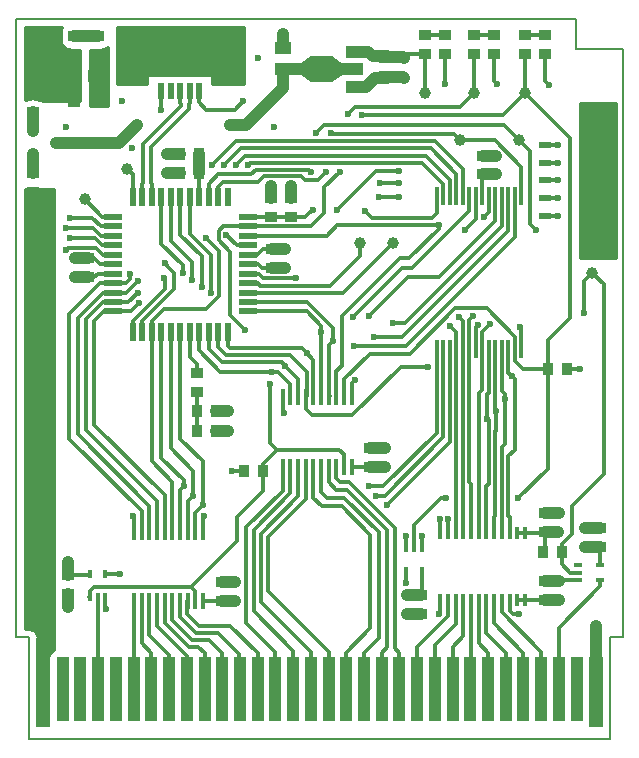
<source format=gbr>
G04 #@! TF.GenerationSoftware,KiCad,Pcbnew,5.1.6-c6e7f7d~86~ubuntu20.04.1*
G04 #@! TF.CreationDate,2020-05-17T16:09:38+03:00*
G04 #@! TF.ProjectId,GB-LIVE32,47422d4c-4956-4453-9332-2e6b69636164,v2.0*
G04 #@! TF.SameCoordinates,Original*
G04 #@! TF.FileFunction,Copper,L1,Top*
G04 #@! TF.FilePolarity,Positive*
%FSLAX46Y46*%
G04 Gerber Fmt 4.6, Leading zero omitted, Abs format (unit mm)*
G04 Created by KiCad (PCBNEW 5.1.6-c6e7f7d~86~ubuntu20.04.1) date 2020-05-17 16:09:38*
%MOMM*%
%LPD*%
G01*
G04 APERTURE LIST*
G04 #@! TA.AperFunction,Profile*
%ADD10C,0.150000*%
G04 #@! TD*
G04 #@! TA.AperFunction,SMDPad,CuDef*
%ADD11R,0.350000X1.500000*%
G04 #@! TD*
G04 #@! TA.AperFunction,SMDPad,CuDef*
%ADD12R,1.000000X0.600000*%
G04 #@! TD*
G04 #@! TA.AperFunction,SMDPad,CuDef*
%ADD13R,1.800000X1.250000*%
G04 #@! TD*
G04 #@! TA.AperFunction,SMDPad,CuDef*
%ADD14C,1.000000*%
G04 #@! TD*
G04 #@! TA.AperFunction,SMDPad,CuDef*
%ADD15R,1.400000X1.120000*%
G04 #@! TD*
G04 #@! TA.AperFunction,SMDPad,CuDef*
%ADD16R,0.820000X1.000000*%
G04 #@! TD*
G04 #@! TA.AperFunction,SMDPad,CuDef*
%ADD17R,1.000000X0.820000*%
G04 #@! TD*
G04 #@! TA.AperFunction,SMDPad,CuDef*
%ADD18R,1.120000X1.400000*%
G04 #@! TD*
G04 #@! TA.AperFunction,SMDPad,CuDef*
%ADD19R,0.900000X0.800000*%
G04 #@! TD*
G04 #@! TA.AperFunction,SMDPad,CuDef*
%ADD20R,0.500000X1.400000*%
G04 #@! TD*
G04 #@! TA.AperFunction,SMDPad,CuDef*
%ADD21R,2.500000X3.800000*%
G04 #@! TD*
G04 #@! TA.AperFunction,ConnectorPad*
%ADD22R,1.300000X6.000000*%
G04 #@! TD*
G04 #@! TA.AperFunction,ConnectorPad*
%ADD23R,1.000000X5.500000*%
G04 #@! TD*
G04 #@! TA.AperFunction,SMDPad,CuDef*
%ADD24C,0.100000*%
G04 #@! TD*
G04 #@! TA.AperFunction,SMDPad,CuDef*
%ADD25R,1.500000X1.000000*%
G04 #@! TD*
G04 #@! TA.AperFunction,SMDPad,CuDef*
%ADD26R,1.800000X1.000000*%
G04 #@! TD*
G04 #@! TA.AperFunction,SMDPad,CuDef*
%ADD27R,1.840000X2.200000*%
G04 #@! TD*
G04 #@! TA.AperFunction,SMDPad,CuDef*
%ADD28R,0.550000X1.500000*%
G04 #@! TD*
G04 #@! TA.AperFunction,SMDPad,CuDef*
%ADD29R,1.500000X0.550000*%
G04 #@! TD*
G04 #@! TA.AperFunction,SMDPad,CuDef*
%ADD30R,0.400000X0.650000*%
G04 #@! TD*
G04 #@! TA.AperFunction,SMDPad,CuDef*
%ADD31R,0.400000X1.100000*%
G04 #@! TD*
G04 #@! TA.AperFunction,SMDPad,CuDef*
%ADD32R,0.450000X1.450000*%
G04 #@! TD*
G04 #@! TA.AperFunction,SMDPad,CuDef*
%ADD33R,0.650000X0.400000*%
G04 #@! TD*
G04 #@! TA.AperFunction,ViaPad*
%ADD34C,0.600000*%
G04 #@! TD*
G04 #@! TA.AperFunction,Conductor*
%ADD35C,1.000000*%
G04 #@! TD*
G04 #@! TA.AperFunction,Conductor*
%ADD36C,0.320000*%
G04 #@! TD*
G04 #@! TA.AperFunction,Conductor*
%ADD37C,0.254000*%
G04 #@! TD*
G04 APERTURE END LIST*
D10*
X121700000Y-41600000D02*
X125700000Y-41600000D01*
X121700000Y-39000000D02*
X121700000Y-41600000D01*
X125700000Y-41600000D02*
X125700000Y-91400000D01*
X74300000Y-39000000D02*
X121700000Y-39000000D01*
X74300000Y-91400000D02*
X74300000Y-39000000D01*
X124600000Y-91400000D02*
X125700000Y-91400000D01*
X75400000Y-91400000D02*
X74300000Y-91400000D01*
X124600000Y-91400000D02*
X124600000Y-100000000D01*
X75400000Y-100000000D02*
X124600000Y-100000000D01*
X75400000Y-91400000D02*
X75400000Y-100000000D01*
D11*
X109925000Y-54050000D03*
X109925000Y-66950000D03*
X110475000Y-54050000D03*
X110475000Y-66950000D03*
X111025000Y-54050000D03*
X111025000Y-66950000D03*
X111575000Y-54050000D03*
X111575000Y-66950000D03*
X112125000Y-54050000D03*
X112125000Y-66950000D03*
X112675000Y-54050000D03*
X112675000Y-66950000D03*
X113225000Y-54050000D03*
X113225000Y-66950000D03*
X113775000Y-54050000D03*
X113775000Y-66950000D03*
X114325000Y-54050000D03*
X114325000Y-66950000D03*
X114875000Y-54050000D03*
X114875000Y-66950000D03*
X115425000Y-54050000D03*
X115425000Y-66950000D03*
X115975000Y-54050000D03*
X115975000Y-66950000D03*
X116525000Y-54050000D03*
X116525000Y-66950000D03*
X117075000Y-54050000D03*
X117075000Y-66950000D03*
D12*
X119105000Y-49700000D03*
X119105000Y-51200000D03*
X119105000Y-52700000D03*
X119105000Y-54200000D03*
X119105000Y-55700000D03*
D13*
X124295000Y-47095000D03*
X124295000Y-58305000D03*
D14*
X76000000Y-56200000D03*
X106200000Y-58000000D03*
X103400000Y-58000000D03*
X83700000Y-51700000D03*
X80100000Y-54300000D03*
X108900000Y-45300000D03*
X117400000Y-45300000D03*
X113100000Y-45300000D03*
X116900000Y-49300000D03*
X111900000Y-49300000D03*
X76000000Y-42000000D03*
X123100000Y-60500000D03*
D15*
X96900000Y-43280000D03*
X96900000Y-41520000D03*
D16*
X89800000Y-52100000D03*
X88200000Y-52100000D03*
D15*
X105700000Y-43980000D03*
X105700000Y-42220000D03*
D17*
X97600000Y-55800000D03*
X97600000Y-54200000D03*
D16*
X91200000Y-73900000D03*
X89600000Y-73900000D03*
D17*
X80400000Y-59300000D03*
X80400000Y-60900000D03*
X96000000Y-60100000D03*
X96000000Y-58500000D03*
X113800000Y-52200000D03*
X113800000Y-50600000D03*
X81200000Y-40500000D03*
X81200000Y-42100000D03*
D16*
X80800000Y-43900000D03*
X79200000Y-43900000D03*
D18*
X80980000Y-45800000D03*
X79220000Y-45800000D03*
D17*
X78700000Y-86100000D03*
X78700000Y-87700000D03*
X108600000Y-89400000D03*
X108600000Y-87800000D03*
X91700000Y-88300000D03*
X91700000Y-86700000D03*
X104300000Y-77000000D03*
X104300000Y-75400000D03*
X119100000Y-80900000D03*
X119100000Y-82500000D03*
X123700000Y-82100000D03*
X123700000Y-83700000D03*
X119100000Y-88200000D03*
X119100000Y-86600000D03*
D19*
X75700000Y-48550000D03*
X75700000Y-50450000D03*
X77700000Y-49500000D03*
D17*
X110600000Y-40400000D03*
X110600000Y-42000000D03*
X119100000Y-40400000D03*
X119100000Y-42000000D03*
X114800000Y-40400000D03*
X114800000Y-42000000D03*
X75700000Y-52100000D03*
X75700000Y-53700000D03*
X75700000Y-45300000D03*
X75700000Y-46900000D03*
D20*
X89800000Y-45100000D03*
X89000000Y-45100000D03*
X88200000Y-45100000D03*
X87400000Y-45100000D03*
X86600000Y-45100000D03*
D21*
X92400000Y-42700000D03*
X84000000Y-42700000D03*
D22*
X123400000Y-96000000D03*
D23*
X121750000Y-95750000D03*
X120250000Y-95750000D03*
X118750000Y-95750000D03*
X117250000Y-95750000D03*
X115750000Y-95750000D03*
X114250000Y-95750000D03*
X112750000Y-95750000D03*
X111250000Y-95750000D03*
X109750000Y-95750000D03*
X108250000Y-95750000D03*
X106750000Y-95750000D03*
X105250000Y-95750000D03*
X103750000Y-95750000D03*
X102250000Y-95750000D03*
X100750000Y-95750000D03*
X99250000Y-95750000D03*
X97750000Y-95750000D03*
X96250000Y-95750000D03*
X94750000Y-95750000D03*
X93250000Y-95750000D03*
X91750000Y-95750000D03*
X90250000Y-95750000D03*
X88750000Y-95750000D03*
X87250000Y-95750000D03*
X85750000Y-95750000D03*
X84250000Y-95750000D03*
X82750000Y-95750000D03*
X81250000Y-95750000D03*
X79750000Y-95750000D03*
D22*
X76600000Y-96000000D03*
D23*
X78250000Y-95750000D03*
D17*
X79200000Y-42100000D03*
X79200000Y-40500000D03*
X108900000Y-42000000D03*
X108900000Y-40400000D03*
D16*
X119300000Y-68700000D03*
X120900000Y-68700000D03*
X95200000Y-77300000D03*
X93600000Y-77300000D03*
D17*
X117400000Y-42000000D03*
X117400000Y-40400000D03*
X113100000Y-42000000D03*
X113100000Y-40400000D03*
X89600000Y-69000000D03*
X89600000Y-70600000D03*
X95900000Y-55800000D03*
X95900000Y-54200000D03*
D16*
X89600000Y-72200000D03*
X91200000Y-72200000D03*
X118900000Y-84200000D03*
X120500000Y-84200000D03*
G04 #@! TA.AperFunction,SMDPad,CuDef*
D24*
G36*
X99258000Y-44400000D02*
G01*
X98408000Y-43800000D01*
X98408000Y-42800000D01*
X99258000Y-42200000D01*
X99258000Y-44400000D01*
G37*
G04 #@! TD.AperFunction*
D25*
X102980000Y-44800000D03*
D26*
X102833500Y-43300000D03*
D25*
X102980000Y-41800000D03*
D27*
X100166500Y-43300000D03*
G04 #@! TA.AperFunction,SMDPad,CuDef*
D24*
G36*
X101076200Y-42200000D02*
G01*
X102076200Y-42900000D01*
X102076200Y-43700000D01*
X101076200Y-44400000D01*
X101076200Y-42200000D01*
G37*
G04 #@! TD.AperFunction*
D28*
X84200000Y-54100000D03*
X85000000Y-54100000D03*
X85800000Y-54100000D03*
X86600000Y-54100000D03*
X87400000Y-54100000D03*
X88200000Y-54100000D03*
X89000000Y-54100000D03*
X89800000Y-54100000D03*
X90600000Y-54100000D03*
X91400000Y-54100000D03*
X92200000Y-54100000D03*
D29*
X93900000Y-55800000D03*
X93900000Y-56600000D03*
X93900000Y-57400000D03*
X93900000Y-58200000D03*
X93900000Y-59000000D03*
X93900000Y-59800000D03*
X93900000Y-60600000D03*
X93900000Y-61400000D03*
X93900000Y-62200000D03*
X93900000Y-63000000D03*
X93900000Y-63800000D03*
D28*
X92200000Y-65500000D03*
X91400000Y-65500000D03*
X90600000Y-65500000D03*
X89800000Y-65500000D03*
X89000000Y-65500000D03*
X88200000Y-65500000D03*
X87400000Y-65500000D03*
X86600000Y-65500000D03*
X85800000Y-65500000D03*
X85000000Y-65500000D03*
X84200000Y-65500000D03*
D29*
X82500000Y-63800000D03*
X82500000Y-63000000D03*
X82500000Y-62200000D03*
X82500000Y-61400000D03*
X82500000Y-60600000D03*
X82500000Y-59800000D03*
X82500000Y-59000000D03*
X82500000Y-58200000D03*
X82500000Y-57400000D03*
X82500000Y-56600000D03*
X82500000Y-55800000D03*
D30*
X108650000Y-83850000D03*
X107350000Y-83850000D03*
X108000000Y-83850000D03*
X107350000Y-85750000D03*
X108650000Y-85750000D03*
D31*
X117375000Y-82550000D03*
X116725000Y-82550000D03*
X116075000Y-82550000D03*
X115425000Y-82550000D03*
X114775000Y-82550000D03*
X114125000Y-82550000D03*
X113475000Y-82550000D03*
X112825000Y-82550000D03*
X112175000Y-82550000D03*
X111525000Y-82550000D03*
X110875000Y-82550000D03*
X110225000Y-82550000D03*
X110225000Y-88250000D03*
X110875000Y-88250000D03*
X111525000Y-88250000D03*
X112175000Y-88250000D03*
X112825000Y-88250000D03*
X113475000Y-88250000D03*
X114125000Y-88250000D03*
X114775000Y-88250000D03*
X115425000Y-88250000D03*
X116075000Y-88250000D03*
X116725000Y-88250000D03*
X117375000Y-88250000D03*
D32*
X102725000Y-76950000D03*
X102075000Y-76950000D03*
X101425000Y-76950000D03*
X100775000Y-76950000D03*
X100125000Y-76950000D03*
X99475000Y-76950000D03*
X98825000Y-76950000D03*
X98175000Y-76950000D03*
X97525000Y-76950000D03*
X96875000Y-76950000D03*
X96875000Y-71050000D03*
X97525000Y-71050000D03*
X98175000Y-71050000D03*
X98825000Y-71050000D03*
X99475000Y-71050000D03*
X100125000Y-71050000D03*
X100775000Y-71050000D03*
X101425000Y-71050000D03*
X102075000Y-71050000D03*
X102725000Y-71050000D03*
X90125000Y-82450000D03*
X89475000Y-82450000D03*
X88825000Y-82450000D03*
X88175000Y-82450000D03*
X87525000Y-82450000D03*
X86875000Y-82450000D03*
X86225000Y-82450000D03*
X85575000Y-82450000D03*
X84925000Y-82450000D03*
X84275000Y-82450000D03*
X84275000Y-88350000D03*
X84925000Y-88350000D03*
X85575000Y-88350000D03*
X86225000Y-88350000D03*
X86875000Y-88350000D03*
X87525000Y-88350000D03*
X88175000Y-88350000D03*
X88825000Y-88350000D03*
X89475000Y-88350000D03*
X90125000Y-88350000D03*
D30*
X80550000Y-87950000D03*
X81850000Y-87950000D03*
X81200000Y-87950000D03*
X81850000Y-86050000D03*
X80550000Y-86050000D03*
D33*
X123750000Y-85250000D03*
X123750000Y-86550000D03*
X121850000Y-85900000D03*
X121850000Y-86550000D03*
X121850000Y-85250000D03*
D16*
X88200000Y-50500000D03*
X89800000Y-50500000D03*
D34*
X84500000Y-48000000D03*
X92400000Y-48000000D03*
X93100000Y-39900000D03*
X92800000Y-86700000D03*
X120300000Y-86600000D03*
X123400000Y-90400000D03*
X78700000Y-88800000D03*
X81900000Y-89000000D03*
X90200000Y-81100000D03*
X84200000Y-81100000D03*
X110100000Y-89400000D03*
X110200000Y-81400000D03*
X110900000Y-81400000D03*
X86600000Y-46700000D03*
X81800000Y-43100000D03*
X81800000Y-44600000D03*
X96900000Y-40300000D03*
X107100000Y-44000000D03*
X122500000Y-82100000D03*
X120300000Y-80900000D03*
X105500000Y-75400000D03*
X107400000Y-89400000D03*
X107300000Y-82800000D03*
X103000000Y-69600000D03*
X97000000Y-72400000D03*
X97100000Y-58500000D03*
X79300000Y-59300000D03*
X92200000Y-73900000D03*
X114900000Y-50600000D03*
X110600000Y-44500000D03*
X113383309Y-64983309D03*
X97600000Y-53200000D03*
X96100000Y-48200000D03*
X94800000Y-42300000D03*
X83300000Y-46000000D03*
X78500000Y-48200000D03*
X84100000Y-50000000D03*
X120200000Y-52700000D03*
X87100000Y-52100000D03*
X124300000Y-52700000D03*
X92800000Y-88300000D03*
X78700000Y-85000000D03*
X107100000Y-42300000D03*
X122500000Y-83700000D03*
X120200000Y-82500000D03*
X105500000Y-77000000D03*
X107400000Y-87800000D03*
X97100000Y-60100000D03*
X79300000Y-60900000D03*
X92200000Y-72200000D03*
X114900000Y-52200000D03*
X115000000Y-44500000D03*
X119400000Y-44600000D03*
X92600000Y-77300000D03*
X122000000Y-68700000D03*
X95900000Y-53200000D03*
X120200000Y-51200000D03*
X87100000Y-50500000D03*
X80200000Y-40500000D03*
X93500000Y-46000000D03*
X76600000Y-90400004D03*
X120300000Y-88200000D03*
X116800000Y-79600000D03*
X92100000Y-57300000D03*
X103600000Y-47200000D03*
X110700000Y-79600000D03*
X93700000Y-65400000D03*
X95800000Y-69900000D03*
X101700000Y-52000000D03*
X102400000Y-47100000D03*
X98000000Y-60940000D03*
X122400002Y-63900000D03*
X99300000Y-52000000D03*
X99700000Y-48700000D03*
X113900000Y-55800006D03*
X118300000Y-56900000D03*
X100500000Y-52000000D03*
X101000000Y-48700000D03*
X78900000Y-55900000D03*
X114200000Y-72900000D03*
X78500000Y-56700000D03*
X114900000Y-72200000D03*
X78900000Y-57600000D03*
X115700000Y-71200000D03*
X78500000Y-58600000D03*
X116300000Y-69300000D03*
X83900000Y-60600000D03*
X90900000Y-51400000D03*
X84600000Y-61200000D03*
X91900000Y-51400000D03*
X84600000Y-62200000D03*
X92900000Y-51400000D03*
X84700000Y-63100000D03*
X93900000Y-51400000D03*
X90400000Y-57600000D03*
X103799994Y-55300000D03*
X104200000Y-78600000D03*
X88500000Y-78600000D03*
X104800000Y-79400000D03*
X89300006Y-79400000D03*
X105700000Y-80200000D03*
X90099992Y-80200000D03*
X96000000Y-68900000D03*
X106199978Y-64800000D03*
X97100000Y-68400000D03*
X104599978Y-66000000D03*
X117000000Y-65100000D03*
X109200000Y-68500000D03*
X98900000Y-67300000D03*
X102900006Y-66700000D03*
X100125000Y-65500000D03*
X102800000Y-64300000D03*
X101100000Y-66300000D03*
X104200000Y-64199994D03*
X112300000Y-56900000D03*
X110100000Y-56500000D03*
X111000000Y-65000000D03*
X90800000Y-62200000D03*
X111800000Y-64300010D03*
X90000004Y-61700000D03*
X113000000Y-64200000D03*
X89200000Y-61100000D03*
X114400000Y-64900000D03*
X88400000Y-60500000D03*
X83100000Y-86000000D03*
X108700000Y-82800000D03*
X107300000Y-86800000D03*
X116900000Y-89400000D03*
X120200000Y-49700000D03*
X106700000Y-51900000D03*
X101500000Y-55200000D03*
X99400001Y-55200000D03*
X86900000Y-59700000D03*
X120200000Y-54200000D03*
X106699992Y-52900000D03*
X105100000Y-52900000D03*
X86800000Y-61000000D03*
X120200000Y-55700000D03*
X105000000Y-54100000D03*
X106700008Y-54100000D03*
D35*
X102833500Y-43300000D02*
X101576200Y-43300000D01*
X101576200Y-43300000D02*
X100166500Y-43300000D01*
X100166500Y-43300000D02*
X98833000Y-43300000D01*
X96920000Y-43300000D02*
X96900000Y-43280000D01*
X98833000Y-43300000D02*
X96920000Y-43300000D01*
X83000000Y-49500000D02*
X77700000Y-49500000D01*
X83000000Y-49500000D02*
X84500000Y-48000000D01*
X96900000Y-44840000D02*
X93740000Y-48000000D01*
X93740000Y-48000000D02*
X92400000Y-48000000D01*
X96900000Y-43280000D02*
X96900000Y-44840000D01*
X91700000Y-86700000D02*
X92800000Y-86700000D01*
X119100000Y-86600000D02*
X120300000Y-86600000D01*
X123400000Y-96000000D02*
X123400000Y-90400000D01*
X78700000Y-87700000D02*
X78700000Y-88800000D01*
D36*
X81850000Y-87950000D02*
X81850000Y-88950000D01*
X81850000Y-88950000D02*
X81900000Y-89000000D01*
X90125000Y-82450000D02*
X90125000Y-81175000D01*
X90125000Y-81175000D02*
X90200000Y-81100000D01*
X84275000Y-82450000D02*
X84275000Y-81175000D01*
X84275000Y-81175000D02*
X84200000Y-81100000D01*
X110225000Y-88250000D02*
X110225000Y-89275000D01*
X110225000Y-89275000D02*
X110100000Y-89400000D01*
X110225000Y-82550000D02*
X110225000Y-81425000D01*
X110225000Y-81425000D02*
X110200000Y-81400000D01*
X110875000Y-82550000D02*
X110875000Y-81425000D01*
X110875000Y-81425000D02*
X110900000Y-81400000D01*
X86600000Y-45100000D02*
X86600000Y-46700000D01*
D35*
X96900000Y-41520000D02*
X96900000Y-40300000D01*
X105700000Y-43980000D02*
X107080000Y-43980000D01*
X107080000Y-43980000D02*
X107100000Y-44000000D01*
D36*
X120350000Y-86550000D02*
X120300000Y-86600000D01*
X121850000Y-86550000D02*
X120350000Y-86550000D01*
D35*
X123700000Y-82100000D02*
X122500000Y-82100000D01*
X119100000Y-80900000D02*
X120300000Y-80900000D01*
X104300000Y-75400000D02*
X105500000Y-75400000D01*
X108600000Y-89400000D02*
X107400000Y-89400000D01*
D36*
X107350000Y-83850000D02*
X107350000Y-82850000D01*
X107350000Y-82850000D02*
X107300000Y-82800000D01*
X102725000Y-71050000D02*
X102725000Y-69875000D01*
X102725000Y-69875000D02*
X103000000Y-69600000D01*
X96875000Y-71050000D02*
X96875000Y-72275000D01*
X96875000Y-72275000D02*
X97000000Y-72400000D01*
X95180000Y-58500000D02*
X94700000Y-58980000D01*
X96000000Y-58500000D02*
X95180000Y-58500000D01*
X93920000Y-58980000D02*
X93900000Y-59000000D01*
X94700000Y-58980000D02*
X93920000Y-58980000D01*
X81430000Y-59800000D02*
X80930000Y-59300000D01*
X82500000Y-59800000D02*
X81430000Y-59800000D01*
X80930000Y-59300000D02*
X80400000Y-59300000D01*
D35*
X96000000Y-58500000D02*
X97100000Y-58500000D01*
X80400000Y-59300000D02*
X79300000Y-59300000D01*
X91200000Y-73900000D02*
X92200000Y-73900000D01*
X113800000Y-50600000D02*
X114900000Y-50600000D01*
D36*
X110600000Y-42000000D02*
X110600000Y-44500000D01*
X113225000Y-66750000D02*
X113225000Y-65141618D01*
X113225000Y-65141618D02*
X113383309Y-64983309D01*
D35*
X97600000Y-54200000D02*
X97600000Y-53200000D01*
X105680000Y-44000000D02*
X105700000Y-43980000D01*
X104700000Y-44000000D02*
X105680000Y-44000000D01*
X102980000Y-44800000D02*
X103900000Y-44800000D01*
X103900000Y-44800000D02*
X104700000Y-44000000D01*
D36*
X119105000Y-52700000D02*
X120200000Y-52700000D01*
D35*
X88200000Y-52100000D02*
X87100000Y-52100000D01*
D36*
X90175000Y-88300000D02*
X90125000Y-88350000D01*
X91700000Y-88300000D02*
X90175000Y-88300000D01*
D35*
X91700000Y-88300000D02*
X92800000Y-88300000D01*
D36*
X80500000Y-86100000D02*
X80550000Y-86050000D01*
X78700000Y-86100000D02*
X80500000Y-86100000D01*
D35*
X78700000Y-86100000D02*
X78700000Y-85000000D01*
X105700000Y-42220000D02*
X107020000Y-42220000D01*
X107020000Y-42220000D02*
X107100000Y-42300000D01*
D36*
X123750000Y-83750000D02*
X123700000Y-83700000D01*
X123750000Y-85250000D02*
X123750000Y-83750000D01*
D35*
X123700000Y-83700000D02*
X122500000Y-83700000D01*
D36*
X119050000Y-82550000D02*
X119100000Y-82500000D01*
X117375000Y-82550000D02*
X119050000Y-82550000D01*
X116725000Y-82550000D02*
X117375000Y-82550000D01*
D35*
X119100000Y-82500000D02*
X120200000Y-82500000D01*
D36*
X104250000Y-76950000D02*
X104300000Y-77000000D01*
X102725000Y-76950000D02*
X104250000Y-76950000D01*
D35*
X104300000Y-77000000D02*
X105500000Y-77000000D01*
X108600000Y-87800000D02*
X107400000Y-87800000D01*
D36*
X108650000Y-87750000D02*
X108600000Y-87800000D01*
X108650000Y-85750000D02*
X108650000Y-87750000D01*
X96000000Y-60100000D02*
X95100000Y-60100000D01*
X94800000Y-59800000D02*
X95100000Y-60100000D01*
X93900000Y-59800000D02*
X94800000Y-59800000D01*
X82500000Y-60600000D02*
X81200000Y-60600000D01*
X80900000Y-60900000D02*
X80400000Y-60900000D01*
X81200000Y-60600000D02*
X80900000Y-60900000D01*
D35*
X96000000Y-60100000D02*
X97100000Y-60100000D01*
X80400000Y-60900000D02*
X79300000Y-60900000D01*
X91200000Y-72200000D02*
X92200000Y-72200000D01*
D36*
X119100000Y-84000000D02*
X118900000Y-84200000D01*
X119100000Y-82500000D02*
X119100000Y-84000000D01*
X113775000Y-52225000D02*
X113800000Y-52200000D01*
X113775000Y-54150000D02*
X113775000Y-52225000D01*
D35*
X113800000Y-52200000D02*
X114900000Y-52200000D01*
D36*
X107400000Y-42000000D02*
X107100000Y-42300000D01*
X108900000Y-42000000D02*
X107400000Y-42000000D01*
X108900000Y-42000000D02*
X108900000Y-45300000D01*
X114800000Y-42000000D02*
X114800000Y-44300000D01*
X114800000Y-44300000D02*
X115000000Y-44500000D01*
X119100000Y-42000000D02*
X119100000Y-44300000D01*
X119100000Y-44300000D02*
X119400000Y-44600000D01*
X93600000Y-77300000D02*
X92600000Y-77300000D01*
X120900000Y-68700000D02*
X122000000Y-68700000D01*
D35*
X95900000Y-54200000D02*
X95900000Y-53200000D01*
X105680000Y-42200000D02*
X105700000Y-42220000D01*
X104500000Y-42200000D02*
X105680000Y-42200000D01*
X102980000Y-41800000D02*
X104100000Y-41800000D01*
X104100000Y-41800000D02*
X104500000Y-42200000D01*
D36*
X119105000Y-51200000D02*
X120200000Y-51200000D01*
D35*
X88200000Y-50500000D02*
X87100000Y-50500000D01*
D36*
X89600000Y-70600000D02*
X89600000Y-72200000D01*
X89600000Y-72200000D02*
X89600000Y-73900000D01*
D35*
X79200000Y-40500000D02*
X80200000Y-40500000D01*
X80200000Y-40500000D02*
X81200000Y-40500000D01*
D36*
X90400000Y-46700000D02*
X92800000Y-46700000D01*
X89800000Y-45100000D02*
X89800000Y-46100000D01*
X92800000Y-46700000D02*
X93500000Y-46000000D01*
X89800000Y-46100000D02*
X90400000Y-46700000D01*
D35*
X76600000Y-96000000D02*
X76600000Y-90400004D01*
X119100000Y-88200000D02*
X120300000Y-88200000D01*
D36*
X117425000Y-88200000D02*
X117375000Y-88250000D01*
X117375000Y-88250000D02*
X116725000Y-88250000D01*
X119050000Y-88250000D02*
X119100000Y-88200000D01*
X117375000Y-88250000D02*
X119050000Y-88250000D01*
D35*
X75700000Y-46900000D02*
X75700000Y-48550000D01*
X75700000Y-50450000D02*
X75700000Y-52100000D01*
D36*
X110600000Y-40400000D02*
X108900000Y-40400000D01*
X119100000Y-40400000D02*
X117400000Y-40400000D01*
X114800000Y-40400000D02*
X113100000Y-40400000D01*
X120250000Y-90570000D02*
X120250000Y-95750000D01*
X123750000Y-87070000D02*
X120250000Y-90570000D01*
X123750000Y-86550000D02*
X123750000Y-87070000D01*
X118750000Y-92600000D02*
X118750000Y-95750000D01*
X115425000Y-88250000D02*
X115425000Y-89275000D01*
X115425000Y-89275000D02*
X118750000Y-92600000D01*
X117250000Y-92680000D02*
X117250000Y-95750000D01*
X114775000Y-90205000D02*
X117250000Y-92680000D01*
X114775000Y-88250000D02*
X114775000Y-90205000D01*
X114125000Y-91055000D02*
X115750000Y-92680000D01*
X115750000Y-92680000D02*
X115750000Y-95750000D01*
X114125000Y-88250000D02*
X114125000Y-91055000D01*
X113475000Y-91905000D02*
X114250000Y-92680000D01*
X113475000Y-88250000D02*
X113475000Y-91905000D01*
X114250000Y-92680000D02*
X114250000Y-95750000D01*
X112825000Y-95675000D02*
X112750000Y-95750000D01*
X112825000Y-88250000D02*
X112825000Y-95675000D01*
X111250000Y-92200000D02*
X111250000Y-95750000D01*
X112175000Y-88250000D02*
X112175000Y-91275000D01*
X112175000Y-91275000D02*
X111250000Y-92200000D01*
X111525000Y-88250000D02*
X111525000Y-90225000D01*
X109750000Y-92000000D02*
X109750000Y-95750000D01*
X111525000Y-90225000D02*
X109750000Y-92000000D01*
X108250000Y-92200000D02*
X108250000Y-95750000D01*
X110875000Y-88250000D02*
X110875000Y-89575000D01*
X110875000Y-89575000D02*
X108250000Y-92200000D01*
X106750000Y-92680000D02*
X106750000Y-95750000D01*
X102500000Y-78200000D02*
X106400000Y-82100000D01*
X106400000Y-82100000D02*
X106400000Y-92330000D01*
X101726998Y-78200000D02*
X102500000Y-78200000D01*
X101425000Y-77898002D02*
X101726998Y-78200000D01*
X101425000Y-76950000D02*
X101425000Y-77898002D01*
X106400000Y-92330000D02*
X106750000Y-92680000D01*
X100775000Y-78275000D02*
X101400000Y-78900000D01*
X105700000Y-82300000D02*
X105700000Y-92230000D01*
X105250000Y-92680000D02*
X105250000Y-95750000D01*
X105700000Y-92230000D02*
X105250000Y-92680000D01*
X100775000Y-76950000D02*
X100775000Y-78275000D01*
X101400000Y-78900000D02*
X102300000Y-78900000D01*
X102300000Y-78900000D02*
X105700000Y-82300000D01*
X100125000Y-79125000D02*
X100600000Y-79600000D01*
X105000000Y-91430000D02*
X103750000Y-92680000D01*
X100125000Y-76950000D02*
X100125000Y-79125000D01*
X103750000Y-92680000D02*
X103750000Y-95750000D01*
X105000000Y-82500000D02*
X105000000Y-91430000D01*
X100600000Y-79600000D02*
X102100000Y-79600000D01*
X102100000Y-79600000D02*
X105000000Y-82500000D01*
X102250000Y-92680000D02*
X102250000Y-95750000D01*
X99475000Y-79575000D02*
X100200000Y-80300000D01*
X104300000Y-82700000D02*
X104300000Y-90630000D01*
X100200000Y-80300000D02*
X101900000Y-80300000D01*
X101900000Y-80300000D02*
X104300000Y-82700000D01*
X104300000Y-90630000D02*
X102250000Y-92680000D01*
X99475000Y-79575000D02*
X99475000Y-76950000D01*
X98825000Y-79675000D02*
X98825000Y-76950000D01*
X95600000Y-82900000D02*
X98825000Y-79675000D01*
X95600000Y-87500000D02*
X95600000Y-82900000D01*
X100750000Y-95750000D02*
X100750000Y-92650000D01*
X100750000Y-92650000D02*
X95600000Y-87500000D01*
X98175000Y-79425000D02*
X98175000Y-76950000D01*
X94999978Y-82600022D02*
X98175000Y-79425000D01*
X94999978Y-88399978D02*
X94999978Y-82600022D01*
X99250000Y-95750000D02*
X99250000Y-92650000D01*
X99250000Y-92650000D02*
X94999978Y-88399978D01*
X97525000Y-79175000D02*
X97525000Y-76950000D01*
X94400000Y-82300000D02*
X97525000Y-79175000D01*
X97750000Y-95750000D02*
X97750000Y-92550000D01*
X94400000Y-89200000D02*
X94400000Y-82300000D01*
X97750000Y-92550000D02*
X94400000Y-89200000D01*
X93800000Y-82047576D02*
X96875000Y-78972576D01*
X93800000Y-90200000D02*
X93800000Y-82047576D01*
X96250000Y-95750000D02*
X96250000Y-92650000D01*
X96875000Y-78972576D02*
X96875000Y-76950000D01*
X96250000Y-92650000D02*
X93800000Y-90200000D01*
X94750000Y-92750000D02*
X94750000Y-95750000D01*
X92400000Y-90400000D02*
X94750000Y-92750000D01*
X89800000Y-90400000D02*
X92400000Y-90400000D01*
X88800000Y-89400000D02*
X89800000Y-90400000D01*
X88825000Y-88350000D02*
X88800000Y-88350000D01*
X88800000Y-88350000D02*
X88800000Y-89400000D01*
X93200000Y-92800000D02*
X93200000Y-95700000D01*
X93200000Y-95700000D02*
X93250000Y-95750000D01*
X91400000Y-91000000D02*
X93200000Y-92800000D01*
X89500000Y-91000000D02*
X91400000Y-91000000D01*
X88175000Y-88350000D02*
X88175000Y-89675000D01*
X88175000Y-89675000D02*
X89500000Y-91000000D01*
X91750000Y-92680000D02*
X91750000Y-95750000D01*
X89200000Y-91600000D02*
X90670000Y-91600000D01*
X90670000Y-91600000D02*
X91750000Y-92680000D01*
X87525000Y-88350000D02*
X87525000Y-89925000D01*
X87525000Y-89925000D02*
X89200000Y-91600000D01*
X90250000Y-92750000D02*
X90250000Y-95750000D01*
X89700000Y-92200000D02*
X90250000Y-92750000D01*
X88900000Y-92200000D02*
X89700000Y-92200000D01*
X86875000Y-88350000D02*
X86875000Y-90175000D01*
X86875000Y-90175000D02*
X88900000Y-92200000D01*
X88725000Y-95725000D02*
X88750000Y-95750000D01*
X88750000Y-92950000D02*
X88750000Y-95750000D01*
X86225000Y-88350000D02*
X86225000Y-90425000D01*
X86225000Y-90425000D02*
X88750000Y-92950000D01*
X85575000Y-88350000D02*
X85575000Y-91175000D01*
X87250000Y-92850000D02*
X87250000Y-95750000D01*
X85575000Y-91175000D02*
X87250000Y-92850000D01*
X85750000Y-92680000D02*
X85750000Y-95750000D01*
X84925000Y-91855000D02*
X85750000Y-92680000D01*
X84925000Y-88350000D02*
X84925000Y-91855000D01*
X84275000Y-95725000D02*
X84250000Y-95750000D01*
X84275000Y-88350000D02*
X84275000Y-95725000D01*
X81200000Y-95700000D02*
X81250000Y-95750000D01*
X81200000Y-87950000D02*
X81200000Y-95700000D01*
X117400000Y-42000000D02*
X117400000Y-45300000D01*
X93000000Y-58200000D02*
X93900000Y-58200000D01*
X92100000Y-57300000D02*
X93000000Y-58200000D01*
X119300000Y-77100000D02*
X116800000Y-79600000D01*
X119300000Y-68700000D02*
X119300000Y-77100000D01*
X117400000Y-45300000D02*
X115500000Y-47200000D01*
X115500000Y-47200000D02*
X103600000Y-47200000D01*
X108000000Y-81875736D02*
X108000000Y-83000000D01*
X110275736Y-79600000D02*
X108000000Y-81875736D01*
X110700000Y-79600000D02*
X110275736Y-79600000D01*
X108000000Y-83850000D02*
X108000000Y-83000000D01*
X108000000Y-83000000D02*
X108000000Y-82475736D01*
X102075000Y-69548198D02*
X104223198Y-67400000D01*
X102075000Y-71050000D02*
X102075000Y-69548198D01*
X104223198Y-67400000D02*
X107623198Y-67400000D01*
X107623198Y-67400000D02*
X111483199Y-63539999D01*
X119300000Y-66244998D02*
X119300000Y-68700000D01*
X117400000Y-45300000D02*
X121200000Y-49100000D01*
X121200000Y-64344998D02*
X119300000Y-66244998D01*
X121200000Y-49100000D02*
X121200000Y-64344998D01*
X117205000Y-68700000D02*
X117900000Y-68700000D01*
X116525000Y-68020000D02*
X117205000Y-68700000D01*
X116525000Y-66950000D02*
X116525000Y-68020000D01*
X117355000Y-68700000D02*
X117900000Y-68700000D01*
X117900000Y-68700000D02*
X119300000Y-68700000D01*
X116525000Y-65926998D02*
X116525000Y-66950000D01*
X114138001Y-63539999D02*
X113250000Y-63539999D01*
X116525000Y-65926998D02*
X114138001Y-63539999D01*
X111483199Y-63539999D02*
X113250000Y-63539999D01*
X80500000Y-88000000D02*
X80550000Y-87950000D01*
X102100000Y-76925000D02*
X102075000Y-76950000D01*
X89100000Y-87100000D02*
X89475000Y-87475000D01*
X80876998Y-87100000D02*
X89100000Y-87100000D01*
X89475000Y-87475000D02*
X89475000Y-88350000D01*
X80550000Y-87950000D02*
X80550000Y-87426998D01*
X80550000Y-87426998D02*
X80876998Y-87100000D01*
X102075000Y-75905000D02*
X102075000Y-76950000D01*
X101670000Y-75500000D02*
X102075000Y-75905000D01*
X89100000Y-87100000D02*
X93000000Y-83200000D01*
X93000000Y-81173002D02*
X95200000Y-78973002D01*
X93000000Y-83200000D02*
X93000000Y-81173002D01*
X96400000Y-75500000D02*
X101670000Y-75500000D01*
X113100000Y-42000000D02*
X113100000Y-45300000D01*
X91823198Y-56600000D02*
X91439999Y-56983199D01*
X93900000Y-56600000D02*
X91823198Y-56600000D01*
X91439999Y-56983199D02*
X91439999Y-57739999D01*
X91439999Y-57739999D02*
X92426998Y-58726998D01*
X92426998Y-64126998D02*
X92426998Y-63100000D01*
X93700000Y-65400000D02*
X92426998Y-64126998D01*
X92426998Y-58726998D02*
X92426998Y-63100000D01*
X92426998Y-63100000D02*
X92426998Y-64026998D01*
X95800000Y-74900000D02*
X95800000Y-69900000D01*
X96400000Y-75500000D02*
X95800000Y-74900000D01*
X95200000Y-76700000D02*
X95200000Y-77300000D01*
X96400000Y-75500000D02*
X95200000Y-76700000D01*
X95200000Y-77300000D02*
X95200000Y-78973002D01*
X113100000Y-45300000D02*
X111900000Y-46500000D01*
X103000000Y-46500000D02*
X102400000Y-47100000D01*
X111900000Y-46500000D02*
X103000000Y-46500000D01*
X100400000Y-53300000D02*
X101700000Y-52000000D01*
X93900000Y-56600000D02*
X99300000Y-56600000D01*
X100400000Y-55500000D02*
X100400000Y-53300000D01*
X99300000Y-56600000D02*
X100400000Y-55500000D01*
X89000000Y-67670000D02*
X89000000Y-65500000D01*
X89600000Y-68270000D02*
X89000000Y-67670000D01*
X89600000Y-69000000D02*
X89600000Y-68270000D01*
X120500000Y-85195000D02*
X121205000Y-85900000D01*
X121205000Y-85900000D02*
X121850000Y-85900000D01*
X120500000Y-84200000D02*
X120500000Y-85195000D01*
X124099999Y-61499999D02*
X123100000Y-60500000D01*
X121400000Y-80300000D02*
X124100000Y-77600000D01*
X124100000Y-77600000D02*
X124099999Y-61499999D01*
X120500000Y-84200000D02*
X120500000Y-83500000D01*
X121400000Y-82600000D02*
X121400000Y-80300000D01*
X120500000Y-83500000D02*
X121400000Y-82600000D01*
X97979990Y-60960010D02*
X98000000Y-60940000D01*
X95224605Y-60960010D02*
X97979990Y-60960010D01*
X93900000Y-60600000D02*
X94864595Y-60600000D01*
X94864595Y-60600000D02*
X95224605Y-60960010D01*
X123000000Y-60400000D02*
X123100000Y-60500000D01*
X123100000Y-60500000D02*
X122400002Y-61199998D01*
X122400002Y-61199998D02*
X122400002Y-63475736D01*
X122400002Y-63475736D02*
X122400002Y-63900000D01*
X102000000Y-62200000D02*
X106200000Y-58000000D01*
X93900000Y-62200000D02*
X102000000Y-62200000D01*
X94973003Y-61600001D02*
X94773002Y-61400000D01*
X100860659Y-61600001D02*
X94973003Y-61600001D01*
X94773002Y-61400000D02*
X93900000Y-61400000D01*
X103400000Y-59060660D02*
X100860659Y-61600001D01*
X103400000Y-58000000D02*
X103400000Y-59060660D01*
X84200000Y-52200000D02*
X83700000Y-51700000D01*
X84200000Y-54100000D02*
X84200000Y-52200000D01*
X81600000Y-55800000D02*
X80100000Y-54300000D01*
X82500000Y-55800000D02*
X81600000Y-55800000D01*
X99100000Y-51800000D02*
X99300000Y-52000000D01*
X91430000Y-52200000D02*
X94200000Y-52200000D01*
X90600000Y-54100000D02*
X90600000Y-53030000D01*
X94600000Y-51800000D02*
X99100000Y-51800000D01*
X94200000Y-52200000D02*
X94600000Y-51800000D01*
X90600000Y-53030000D02*
X91430000Y-52200000D01*
X99700000Y-48700000D02*
X100400000Y-48000000D01*
X114325000Y-55375006D02*
X113900000Y-55800006D01*
X114325000Y-54150000D02*
X114325000Y-55375006D01*
X115600000Y-48000000D02*
X116900000Y-49300000D01*
X100400000Y-48000000D02*
X115600000Y-48000000D01*
X117800000Y-56400000D02*
X118300000Y-56900000D01*
X116900000Y-49300000D02*
X117800000Y-50200000D01*
X117800000Y-50200000D02*
X117800000Y-56400000D01*
X99839999Y-52660001D02*
X100500000Y-52000000D01*
X98760001Y-52660001D02*
X99839999Y-52660001D01*
X91400000Y-53226998D02*
X91783225Y-52843773D01*
X91400000Y-54100000D02*
X91400000Y-53226998D01*
X91783225Y-52843773D02*
X94756227Y-52843773D01*
X94756227Y-52843773D02*
X95260010Y-52339990D01*
X95260010Y-52339990D02*
X98439990Y-52339990D01*
X98439990Y-52339990D02*
X98760001Y-52660001D01*
X111400001Y-48800001D02*
X111900000Y-49300000D01*
X101000000Y-48700000D02*
X101100000Y-48800000D01*
X101100000Y-48800000D02*
X111400001Y-48800001D01*
X117075000Y-53030000D02*
X117075000Y-54150000D01*
X117075000Y-51558763D02*
X117075000Y-53030000D01*
X114816237Y-49300000D02*
X117075000Y-51558763D01*
X111900000Y-49300000D02*
X114816237Y-49300000D01*
X82500000Y-56600000D02*
X81464215Y-56600000D01*
X80764215Y-55900000D02*
X78900000Y-55900000D01*
X81464215Y-56600000D02*
X80764215Y-55900000D01*
X114125000Y-78583407D02*
X114125000Y-82550000D01*
X114325000Y-78383407D02*
X114125000Y-78583407D01*
X114200000Y-72900000D02*
X114325000Y-73025000D01*
X114325000Y-73025000D02*
X114325000Y-78383407D01*
X114325000Y-70675000D02*
X114325000Y-66750000D01*
X114200000Y-70800000D02*
X114325000Y-70675000D01*
X114200000Y-72900000D02*
X114200000Y-70800000D01*
X114875000Y-78270000D02*
X114864999Y-78280001D01*
X114875000Y-81125000D02*
X114875000Y-78270000D01*
X114775000Y-82550000D02*
X114775000Y-81225000D01*
X114775000Y-81225000D02*
X114875000Y-81125000D01*
X80828811Y-56700000D02*
X78500000Y-56700000D01*
X82500000Y-57400000D02*
X81528811Y-57400000D01*
X81528811Y-57400000D02*
X80828811Y-56700000D01*
X114900000Y-73900000D02*
X114900000Y-72200000D01*
X114875000Y-78270000D02*
X114875000Y-73925000D01*
X114875000Y-73925000D02*
X114900000Y-73900000D01*
X114875000Y-72175000D02*
X114900000Y-72200000D01*
X114875000Y-66950000D02*
X114875000Y-72175000D01*
X80993407Y-57600000D02*
X78900000Y-57600000D01*
X82500000Y-58200000D02*
X81593407Y-58200000D01*
X81593407Y-58200000D02*
X80993407Y-57600000D01*
X115700000Y-71200000D02*
X115700000Y-70775736D01*
X115700000Y-75000000D02*
X115700000Y-71200000D01*
X115425000Y-82550000D02*
X115425000Y-75275000D01*
X115425000Y-75275000D02*
X115700000Y-75000000D01*
X115425000Y-70500736D02*
X115700000Y-70775736D01*
X115425000Y-66950000D02*
X115425000Y-70500736D01*
X81097992Y-58439990D02*
X78660010Y-58439990D01*
X78660010Y-58439990D02*
X78500000Y-58600000D01*
X82500000Y-59000000D02*
X81658002Y-59000000D01*
X81658002Y-59000000D02*
X81097992Y-58439990D01*
X116075000Y-81175000D02*
X116075000Y-82550000D01*
X116500000Y-69500000D02*
X116500000Y-75500000D01*
X116300000Y-69300000D02*
X116500000Y-69500000D01*
X116500000Y-75500000D02*
X115975000Y-76025000D01*
X115975000Y-81075000D02*
X116075000Y-81175000D01*
X115975000Y-76025000D02*
X115975000Y-81075000D01*
X115975000Y-68975000D02*
X116300000Y-69300000D01*
X115975000Y-66950000D02*
X115975000Y-68975000D01*
X83900000Y-61070000D02*
X83900000Y-60600000D01*
X82500000Y-61400000D02*
X83570000Y-61400000D01*
X83570000Y-61400000D02*
X83900000Y-61070000D01*
X92900000Y-49400000D02*
X90900000Y-51400000D01*
X112125000Y-54150000D02*
X112125000Y-51725000D01*
X109800000Y-49400000D02*
X92900000Y-49400000D01*
X112125000Y-51725000D02*
X109800000Y-49400000D01*
X84925000Y-80725000D02*
X84925000Y-82450000D01*
X78800000Y-74600000D02*
X84925000Y-80725000D01*
X78800000Y-64030000D02*
X78800000Y-74600000D01*
X82500000Y-61400000D02*
X81430000Y-61400000D01*
X81430000Y-61400000D02*
X78800000Y-64030000D01*
X83600000Y-62200000D02*
X84600000Y-61200000D01*
X82500000Y-62200000D02*
X83600000Y-62200000D01*
X93300000Y-50000000D02*
X91900000Y-51400000D01*
X109400000Y-50000000D02*
X93300000Y-50000000D01*
X111575000Y-54150000D02*
X111575000Y-52175000D01*
X111575000Y-52175000D02*
X109400000Y-50000000D01*
X85575000Y-80275000D02*
X85575000Y-82450000D01*
X79500000Y-74200000D02*
X85575000Y-80275000D01*
X79500000Y-64326998D02*
X79500000Y-74200000D01*
X82500000Y-62200000D02*
X81626998Y-62200000D01*
X81626998Y-62200000D02*
X79500000Y-64326998D01*
X82500000Y-63000000D02*
X83800000Y-63000000D01*
X83800000Y-63000000D02*
X84600000Y-62200000D01*
X93700000Y-50600000D02*
X92900000Y-51400000D01*
X109000000Y-50600000D02*
X93700000Y-50600000D01*
X111025000Y-54150000D02*
X111025000Y-52625000D01*
X111025000Y-52625000D02*
X109000000Y-50600000D01*
X80200000Y-73800000D02*
X86225000Y-79825000D01*
X80200000Y-64426998D02*
X80200000Y-73800000D01*
X82500000Y-63000000D02*
X81626998Y-63000000D01*
X86225000Y-79825000D02*
X86225000Y-82450000D01*
X81626998Y-63000000D02*
X80200000Y-64426998D01*
X84000000Y-63800000D02*
X84700000Y-63100000D01*
X82500000Y-63800000D02*
X84000000Y-63800000D01*
X108645000Y-51200000D02*
X94100000Y-51200000D01*
X94100000Y-51200000D02*
X93900000Y-51400000D01*
X110475000Y-54150000D02*
X110475000Y-53030000D01*
X110475000Y-53030000D02*
X108645000Y-51200000D01*
X86875000Y-79375000D02*
X86875000Y-82450000D01*
X80900000Y-73400000D02*
X86875000Y-79375000D01*
X80900000Y-64600000D02*
X80900000Y-73400000D01*
X82500000Y-63800000D02*
X81700000Y-63800000D01*
X81700000Y-63800000D02*
X80900000Y-64600000D01*
X87525000Y-78225000D02*
X87525000Y-82450000D01*
X85800000Y-65500000D02*
X85800000Y-76500000D01*
X85800000Y-76500000D02*
X87525000Y-78225000D01*
X104399994Y-55900000D02*
X103799994Y-55300000D01*
X109500000Y-55900000D02*
X104399994Y-55900000D01*
X109925000Y-54150000D02*
X109925000Y-55475000D01*
X109925000Y-55475000D02*
X109500000Y-55900000D01*
X91500000Y-62500000D02*
X91500000Y-58700000D01*
X91500000Y-58700000D02*
X90400000Y-57600000D01*
X90400000Y-63600000D02*
X91500000Y-62500000D01*
X86800000Y-63600000D02*
X90400000Y-63600000D01*
X85800000Y-65500000D02*
X85800000Y-64600000D01*
X85800000Y-64600000D02*
X86800000Y-63600000D01*
X88175000Y-78925000D02*
X88500000Y-78600000D01*
X88175000Y-82450000D02*
X88175000Y-78925000D01*
X88500000Y-78100000D02*
X88500000Y-78600000D01*
X86600000Y-65500000D02*
X86600000Y-76200000D01*
X86600000Y-76200000D02*
X88500000Y-78100000D01*
X105400000Y-78600000D02*
X104200000Y-78600000D01*
X109925000Y-66750000D02*
X109925000Y-74075000D01*
X109925000Y-74075000D02*
X105400000Y-78600000D01*
X88825000Y-82450000D02*
X88825000Y-79875006D01*
X88825000Y-79875006D02*
X89300006Y-79400000D01*
X87400000Y-75400000D02*
X87400000Y-65500000D01*
X89300006Y-79400000D02*
X89300006Y-77300006D01*
X89300006Y-77300006D02*
X87400000Y-75400000D01*
X105500000Y-79400000D02*
X104800000Y-79400000D01*
X110475000Y-66750000D02*
X110475000Y-74425000D01*
X110475000Y-74425000D02*
X105500000Y-79400000D01*
X89475000Y-80824992D02*
X90099992Y-80200000D01*
X89475000Y-82450000D02*
X89475000Y-80824992D01*
X88200000Y-74600000D02*
X88200000Y-65500000D01*
X90099992Y-80200000D02*
X90099992Y-76499992D01*
X90099992Y-76499992D02*
X88200000Y-74600000D01*
X111025000Y-74875000D02*
X105700000Y-80200000D01*
X111025000Y-66750000D02*
X111025000Y-74875000D01*
X89800000Y-65500000D02*
X89800000Y-67100000D01*
X96453000Y-68900000D02*
X96000000Y-68900000D01*
X97525000Y-71050000D02*
X97525000Y-69972000D01*
X97525000Y-69972000D02*
X96453000Y-68900000D01*
X91600000Y-68900000D02*
X89800000Y-67100000D01*
X96000000Y-68900000D02*
X91600000Y-68900000D01*
X106624242Y-64800000D02*
X106199978Y-64800000D01*
X107200000Y-64800000D02*
X106624242Y-64800000D01*
X115425000Y-54150000D02*
X115425000Y-56575000D01*
X115425000Y-56575000D02*
X107200000Y-64800000D01*
X98175000Y-69475000D02*
X97100000Y-68400000D01*
X98175000Y-71050000D02*
X98175000Y-69475000D01*
X90600000Y-67000000D02*
X90600000Y-65500000D01*
X91700000Y-68100000D02*
X90600000Y-67000000D01*
X97100000Y-68400000D02*
X96800000Y-68100000D01*
X96800000Y-68100000D02*
X91700000Y-68100000D01*
X105024242Y-66000000D02*
X104599978Y-66000000D01*
X107000000Y-66000000D02*
X105024242Y-66000000D01*
X115975000Y-54150000D02*
X115975000Y-57025000D01*
X115975000Y-57025000D02*
X107000000Y-66000000D01*
X117075000Y-65175000D02*
X117075000Y-66750000D01*
X117000000Y-65100000D02*
X117075000Y-65175000D01*
X92100000Y-67500000D02*
X91400000Y-66800000D01*
X97500000Y-67500000D02*
X92100000Y-67500000D01*
X98889999Y-68889999D02*
X97500000Y-67500000D01*
X98825000Y-71050000D02*
X98889999Y-70985001D01*
X91400000Y-66800000D02*
X91400000Y-65500000D01*
X98889999Y-70985001D02*
X98889999Y-68889999D01*
X98825000Y-72095000D02*
X98825000Y-71050000D01*
X102773002Y-72600000D02*
X99330000Y-72600000D01*
X109200000Y-68500000D02*
X106873002Y-68500000D01*
X99330000Y-72600000D02*
X98825000Y-72095000D01*
X106873002Y-68500000D02*
X102773002Y-72600000D01*
X99475000Y-69715786D02*
X99475000Y-71050000D01*
X92200000Y-66700000D02*
X92200000Y-65500000D01*
X98900000Y-67300000D02*
X98500000Y-66900000D01*
X92400000Y-66900000D02*
X92200000Y-66700000D01*
X98500000Y-66900000D02*
X92400000Y-66900000D01*
X99475000Y-67875000D02*
X99475000Y-71050000D01*
X98900000Y-67300000D02*
X99475000Y-67875000D01*
X103324270Y-66700000D02*
X102900006Y-66700000D01*
X107300000Y-66700000D02*
X103324270Y-66700000D01*
X116525000Y-54150000D02*
X116525000Y-57475000D01*
X116525000Y-57475000D02*
X107300000Y-66700000D01*
X93900000Y-63800000D02*
X98900000Y-63800000D01*
X98900000Y-63800000D02*
X100125000Y-65025000D01*
X100125000Y-65500000D02*
X100125000Y-71050000D01*
X100125000Y-65025000D02*
X100125000Y-65500000D01*
X112675000Y-55270000D02*
X112675000Y-54150000D01*
X107845000Y-60100000D02*
X112675000Y-55270000D01*
X102800000Y-64300000D02*
X107000000Y-60100000D01*
X107000000Y-60100000D02*
X107845000Y-60100000D01*
X100839999Y-70985001D02*
X100775000Y-71050000D01*
X98924264Y-63000000D02*
X101100000Y-65175736D01*
X100775000Y-66625000D02*
X101100000Y-66300000D01*
X100775000Y-71050000D02*
X100775000Y-66625000D01*
X101100000Y-65175736D02*
X101100000Y-66300000D01*
X93900000Y-63000000D02*
X98924264Y-63000000D01*
X107499994Y-60900000D02*
X104200000Y-64199994D01*
X110100000Y-60900000D02*
X107499994Y-60900000D01*
X114875000Y-54150000D02*
X114875000Y-56125000D01*
X114875000Y-56125000D02*
X110100000Y-60900000D01*
X113225000Y-54150000D02*
X113225000Y-55975000D01*
X113225000Y-55975000D02*
X112300000Y-56900000D01*
X110100000Y-56800000D02*
X110100000Y-56500000D01*
X101425000Y-68875000D02*
X101900000Y-68400000D01*
X101425000Y-71050000D02*
X101425000Y-68875000D01*
X101900000Y-68400000D02*
X101900000Y-64223198D01*
X107600000Y-59300000D02*
X110100000Y-56800000D01*
X101900000Y-64223198D02*
X106823198Y-59300000D01*
X106823198Y-59300000D02*
X107600000Y-59300000D01*
X101500000Y-56500000D02*
X110100000Y-56500000D01*
X93900000Y-57400000D02*
X100600000Y-57400000D01*
X100600000Y-57400000D02*
X101500000Y-56500000D01*
X111575000Y-82500000D02*
X111525000Y-82550000D01*
X111575000Y-66750000D02*
X111575000Y-77400000D01*
X111575000Y-77150000D02*
X111575000Y-77400000D01*
X111575000Y-77400000D02*
X111575000Y-82500000D01*
X111575000Y-66750000D02*
X111575000Y-65575000D01*
X111575000Y-65575000D02*
X111000000Y-65000000D01*
X89000000Y-57200000D02*
X90800000Y-59000000D01*
X90800000Y-61775736D02*
X90800000Y-62200000D01*
X89000000Y-54100000D02*
X89000000Y-57200000D01*
X90800000Y-59000000D02*
X90800000Y-61775736D01*
X112125000Y-82500000D02*
X112175000Y-82550000D01*
X112125000Y-66750000D02*
X112125000Y-77400000D01*
X112125000Y-77150000D02*
X112125000Y-77400000D01*
X112125000Y-77400000D02*
X112125000Y-82500000D01*
X112125000Y-66750000D02*
X112125000Y-64625010D01*
X112125000Y-64625010D02*
X111800000Y-64300010D01*
X90000004Y-59100004D02*
X90000004Y-61275736D01*
X90000004Y-61275736D02*
X90000004Y-61700000D01*
X88200000Y-57300000D02*
X90000004Y-59100004D01*
X88200000Y-54100000D02*
X88200000Y-57300000D01*
X112825000Y-78420000D02*
X112825000Y-82550000D01*
X112675000Y-78270000D02*
X112825000Y-78420000D01*
X112675000Y-66750000D02*
X112675000Y-77500000D01*
X112675000Y-77150000D02*
X112675000Y-77500000D01*
X112675000Y-77500000D02*
X112675000Y-78270000D01*
X112675000Y-64525000D02*
X112675000Y-66750000D01*
X113000000Y-64200000D02*
X112675000Y-64525000D01*
X87400000Y-54100000D02*
X87400000Y-57800000D01*
X89200000Y-59600000D02*
X89200000Y-60675736D01*
X87400000Y-57800000D02*
X89200000Y-59600000D01*
X89200000Y-60675736D02*
X89200000Y-61100000D01*
X113775000Y-70425000D02*
X113775000Y-66750000D01*
X113475000Y-82550000D02*
X113475000Y-70725000D01*
X113475000Y-70725000D02*
X113775000Y-70425000D01*
X113775000Y-65525000D02*
X114400000Y-64900000D01*
X113775000Y-66750000D02*
X113775000Y-65525000D01*
X88400000Y-59900000D02*
X88400000Y-60500000D01*
X86600000Y-54100000D02*
X86600000Y-58100000D01*
X86600000Y-58100000D02*
X88400000Y-59900000D01*
X81850000Y-86050000D02*
X83050000Y-86050000D01*
X83050000Y-86050000D02*
X83100000Y-86000000D01*
X108650000Y-83850000D02*
X108650000Y-82850000D01*
X108650000Y-82850000D02*
X108700000Y-82800000D01*
X107350000Y-85750000D02*
X107350000Y-86750000D01*
X107350000Y-86750000D02*
X107300000Y-86800000D01*
X116355000Y-89400000D02*
X116075000Y-89120000D01*
X116075000Y-89120000D02*
X116075000Y-88250000D01*
X116900000Y-89400000D02*
X116355000Y-89400000D01*
X88920000Y-46230001D02*
X88920000Y-46665715D01*
X89000000Y-45100000D02*
X89000000Y-46150001D01*
X89000000Y-46150001D02*
X88920000Y-46230001D01*
X85720000Y-49865715D02*
X85720000Y-52894999D01*
X88920000Y-46665715D02*
X85720000Y-49865715D01*
X85720000Y-52894999D02*
X85800000Y-52974999D01*
X85800000Y-52974999D02*
X85800000Y-54100000D01*
X88280000Y-46230001D02*
X88280000Y-46400615D01*
X88200000Y-46150001D02*
X88280000Y-46230001D01*
X88200000Y-45100000D02*
X88200000Y-46150001D01*
X85080000Y-52894999D02*
X85000000Y-52974999D01*
X85000000Y-52974999D02*
X85000000Y-54100000D01*
X88280000Y-46400615D02*
X85080000Y-49600615D01*
X85080000Y-49600615D02*
X85080000Y-52894999D01*
X93900000Y-55800000D02*
X95900000Y-55800000D01*
X95900000Y-55800000D02*
X97600000Y-55800000D01*
X119105000Y-49700000D02*
X120200000Y-49700000D01*
X106700000Y-51900000D02*
X105100000Y-51900000D01*
X105100000Y-51900000D02*
X104800000Y-51900000D01*
X104800000Y-51900000D02*
X101500000Y-55200000D01*
X97600000Y-55800000D02*
X98800001Y-55800000D01*
X99100002Y-55499999D02*
X99400001Y-55200000D01*
X98800001Y-55800000D02*
X99100002Y-55499999D01*
X120200000Y-54200000D02*
X119105000Y-54200000D01*
X106699992Y-52900000D02*
X105100000Y-52900000D01*
X87199999Y-59999999D02*
X86900000Y-59700000D01*
X87700000Y-60500000D02*
X87199999Y-59999999D01*
X87700000Y-61900000D02*
X87700000Y-60500000D01*
X85000000Y-65500000D02*
X85000000Y-64600000D01*
X85000000Y-64600000D02*
X87700000Y-61900000D01*
X84200000Y-65500000D02*
X84200000Y-64576802D01*
X84200000Y-64576802D02*
X86900000Y-61876802D01*
X86900000Y-61876802D02*
X86900000Y-61100000D01*
X86900000Y-61100000D02*
X86800000Y-61000000D01*
X120200000Y-55700000D02*
X119105000Y-55700000D01*
X105000000Y-54100000D02*
X106700008Y-54100000D01*
X89800000Y-54100000D02*
X89800000Y-52100000D01*
D35*
X89800000Y-50500000D02*
X89800000Y-52100000D01*
D37*
G36*
X78169463Y-39735506D02*
G01*
X78110498Y-39845820D01*
X78074188Y-39965518D01*
X78061928Y-40090000D01*
X78061928Y-40475439D01*
X78059509Y-40500000D01*
X78061928Y-40524561D01*
X78061928Y-40910000D01*
X78074188Y-41034482D01*
X78110498Y-41154180D01*
X78169463Y-41264494D01*
X78248815Y-41361185D01*
X78345506Y-41440537D01*
X78455820Y-41499502D01*
X78575518Y-41535812D01*
X78700000Y-41548072D01*
X78753069Y-41548072D01*
X78763553Y-41553676D01*
X78977501Y-41618577D01*
X79144248Y-41635000D01*
X79673000Y-41635000D01*
X79673000Y-45973000D01*
X76570989Y-45973000D01*
X76554494Y-45959463D01*
X76444180Y-45900498D01*
X76324482Y-45864188D01*
X76200000Y-45851928D01*
X76146930Y-45851928D01*
X76136446Y-45846324D01*
X75922498Y-45781423D01*
X75700000Y-45759509D01*
X75477501Y-45781423D01*
X75263553Y-45846324D01*
X75253069Y-45851928D01*
X75200000Y-45851928D01*
X75075518Y-45864188D01*
X75010000Y-45884063D01*
X75010000Y-39710000D01*
X78190395Y-39710000D01*
X78169463Y-39735506D01*
G37*
X78169463Y-39735506D02*
X78110498Y-39845820D01*
X78074188Y-39965518D01*
X78061928Y-40090000D01*
X78061928Y-40475439D01*
X78059509Y-40500000D01*
X78061928Y-40524561D01*
X78061928Y-40910000D01*
X78074188Y-41034482D01*
X78110498Y-41154180D01*
X78169463Y-41264494D01*
X78248815Y-41361185D01*
X78345506Y-41440537D01*
X78455820Y-41499502D01*
X78575518Y-41535812D01*
X78700000Y-41548072D01*
X78753069Y-41548072D01*
X78763553Y-41553676D01*
X78977501Y-41618577D01*
X79144248Y-41635000D01*
X79673000Y-41635000D01*
X79673000Y-45973000D01*
X76570989Y-45973000D01*
X76554494Y-45959463D01*
X76444180Y-45900498D01*
X76324482Y-45864188D01*
X76200000Y-45851928D01*
X76146930Y-45851928D01*
X76136446Y-45846324D01*
X75922498Y-45781423D01*
X75700000Y-45759509D01*
X75477501Y-45781423D01*
X75263553Y-45846324D01*
X75253069Y-45851928D01*
X75200000Y-45851928D01*
X75075518Y-45864188D01*
X75010000Y-45884063D01*
X75010000Y-39710000D01*
X78190395Y-39710000D01*
X78169463Y-39735506D01*
G36*
X77473000Y-92428041D02*
G01*
X77395506Y-92469463D01*
X77298815Y-92548815D01*
X77219463Y-92645506D01*
X77160498Y-92755820D01*
X77124188Y-92875518D01*
X77114587Y-92973000D01*
X76110000Y-92973000D01*
X76110000Y-91434876D01*
X76113435Y-91400000D01*
X76099727Y-91260816D01*
X76059128Y-91126980D01*
X75993200Y-91003637D01*
X75904475Y-90895525D01*
X75796363Y-90806800D01*
X75673020Y-90740872D01*
X75539184Y-90700273D01*
X75434877Y-90690000D01*
X75400000Y-90686565D01*
X75365123Y-90690000D01*
X75010000Y-90690000D01*
X75010000Y-53427000D01*
X77473000Y-53427000D01*
X77473000Y-92428041D01*
G37*
X77473000Y-92428041D02*
X77395506Y-92469463D01*
X77298815Y-92548815D01*
X77219463Y-92645506D01*
X77160498Y-92755820D01*
X77124188Y-92875518D01*
X77114587Y-92973000D01*
X76110000Y-92973000D01*
X76110000Y-91434876D01*
X76113435Y-91400000D01*
X76099727Y-91260816D01*
X76059128Y-91126980D01*
X75993200Y-91003637D01*
X75904475Y-90895525D01*
X75796363Y-90806800D01*
X75673020Y-90740872D01*
X75539184Y-90700273D01*
X75434877Y-90690000D01*
X75400000Y-90686565D01*
X75365123Y-90690000D01*
X75010000Y-90690000D01*
X75010000Y-53427000D01*
X77473000Y-53427000D01*
X77473000Y-92428041D01*
G36*
X93573000Y-44573000D02*
G01*
X90927000Y-44573000D01*
X90927000Y-43900000D01*
X90924560Y-43875224D01*
X90917333Y-43851399D01*
X90905597Y-43829443D01*
X90889803Y-43810197D01*
X90870557Y-43794403D01*
X90848601Y-43782667D01*
X90824776Y-43775440D01*
X90800000Y-43773000D01*
X90162420Y-43773000D01*
X90050000Y-43761928D01*
X89550000Y-43761928D01*
X89437580Y-43773000D01*
X89362420Y-43773000D01*
X89250000Y-43761928D01*
X88750000Y-43761928D01*
X88637580Y-43773000D01*
X88562420Y-43773000D01*
X88450000Y-43761928D01*
X87950000Y-43761928D01*
X87837580Y-43773000D01*
X87762420Y-43773000D01*
X87650000Y-43761928D01*
X87150000Y-43761928D01*
X87037580Y-43773000D01*
X85500000Y-43773000D01*
X85475224Y-43775440D01*
X85451399Y-43782667D01*
X85429443Y-43794403D01*
X85410197Y-43810197D01*
X85394403Y-43829443D01*
X85382667Y-43851399D01*
X85375440Y-43875224D01*
X85373000Y-43900000D01*
X85373000Y-44573000D01*
X82827000Y-44573000D01*
X82827000Y-39710000D01*
X93573000Y-39710000D01*
X93573000Y-44573000D01*
G37*
X93573000Y-44573000D02*
X90927000Y-44573000D01*
X90927000Y-43900000D01*
X90924560Y-43875224D01*
X90917333Y-43851399D01*
X90905597Y-43829443D01*
X90889803Y-43810197D01*
X90870557Y-43794403D01*
X90848601Y-43782667D01*
X90824776Y-43775440D01*
X90800000Y-43773000D01*
X90162420Y-43773000D01*
X90050000Y-43761928D01*
X89550000Y-43761928D01*
X89437580Y-43773000D01*
X89362420Y-43773000D01*
X89250000Y-43761928D01*
X88750000Y-43761928D01*
X88637580Y-43773000D01*
X88562420Y-43773000D01*
X88450000Y-43761928D01*
X87950000Y-43761928D01*
X87837580Y-43773000D01*
X87762420Y-43773000D01*
X87650000Y-43761928D01*
X87150000Y-43761928D01*
X87037580Y-43773000D01*
X85500000Y-43773000D01*
X85475224Y-43775440D01*
X85451399Y-43782667D01*
X85429443Y-43794403D01*
X85410197Y-43810197D01*
X85394403Y-43829443D01*
X85382667Y-43851399D01*
X85375440Y-43875224D01*
X85373000Y-43900000D01*
X85373000Y-44573000D01*
X82827000Y-44573000D01*
X82827000Y-39710000D01*
X93573000Y-39710000D01*
X93573000Y-44573000D01*
G36*
X82073000Y-46373000D02*
G01*
X80527000Y-46373000D01*
X80527000Y-41635000D01*
X81255752Y-41635000D01*
X81422499Y-41618577D01*
X81636447Y-41553676D01*
X81646931Y-41548072D01*
X81700000Y-41548072D01*
X81824482Y-41535812D01*
X81944180Y-41499502D01*
X82054494Y-41440537D01*
X82073000Y-41425350D01*
X82073000Y-46373000D01*
G37*
X82073000Y-46373000D02*
X80527000Y-46373000D01*
X80527000Y-41635000D01*
X81255752Y-41635000D01*
X81422499Y-41618577D01*
X81636447Y-41553676D01*
X81646931Y-41548072D01*
X81700000Y-41548072D01*
X81824482Y-41535812D01*
X81944180Y-41499502D01*
X82054494Y-41440537D01*
X82073000Y-41425350D01*
X82073000Y-46373000D01*
G36*
X125098000Y-59273000D02*
G01*
X122027000Y-59273000D01*
X122027000Y-46127000D01*
X125098000Y-46127000D01*
X125098000Y-59273000D01*
G37*
X125098000Y-59273000D02*
X122027000Y-59273000D01*
X122027000Y-46127000D01*
X125098000Y-46127000D01*
X125098000Y-59273000D01*
M02*

</source>
